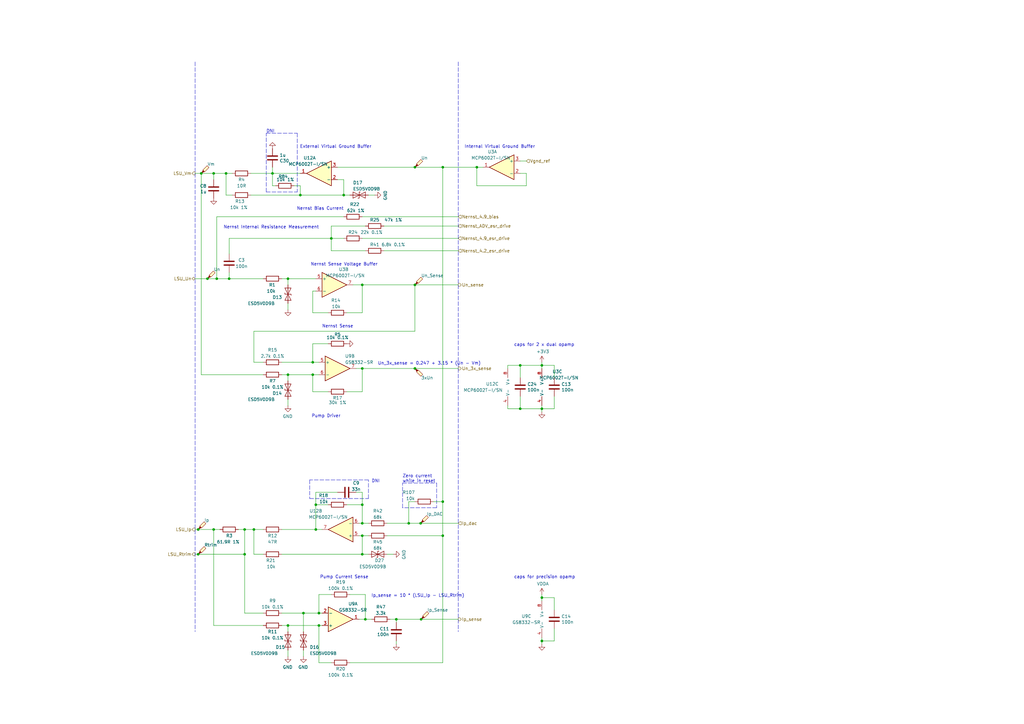
<source format=kicad_sch>
(kicad_sch (version 20211123) (generator eeschema)
  (paper "A3")
  (lib_symbols
    (symbol "Amplifier_Operational:MCP6002-xMS" (pin_names (offset 0.127))
      (property "Reference" "U" (at 0 5.08 0))
      (property "Value" "MCP6002-xMS" (at 0 -5.08 0))
      (symbol "MCP6002-xMS_1_1"
        (polyline (pts (xy -5.08 5.08) (xy 5.08 0) (xy -5.08 -5.08) (xy -5.08 5.08)) (stroke (width 0.254)) (fill (type background)))
        (pin output line (at 7.62 0 180) (length 2.54) (name "~") (number "1"))
        (pin input line (at -7.62 -2.54 0) (length 2.54) (name "-") (number "2"))
        (pin input line (at -7.62 2.54 0) (length 2.54) (name "+") (number "3"))
      )
      (symbol "MCP6002-xMS_2_1"
        (polyline (pts (xy -5.08 5.08) (xy 5.08 0) (xy -5.08 -5.08) (xy -5.08 5.08)) (stroke (width 0.254)) (fill (type background)))
        (pin input line (at -7.62 2.54 0) (length 2.54) (name "+") (number "5"))
        (pin input line (at -7.62 -2.54 0) (length 2.54) (name "-") (number "6"))
        (pin output line (at 7.62 0 180) (length 2.54) (name "~") (number "7"))
      )
      (symbol "MCP6002-xMS_3_1"
        (pin power_in line (at -2.54 -7.62 90) (length 3.81) (name "V-") (number "4"))
        (pin power_in line (at -2.54 7.62 270) (length 3.81) (name "V+") (number "8"))
      )
    )
    (symbol "Amplifier_Operational:TL072" (pin_names (offset 0.127))
      (property "Reference" "U" (at 0 5.08 0))
      (property "Value" "TL072" (at 0 -5.08 0))
      (symbol "TL072_1_1"
        (polyline (pts (xy -5.08 5.08) (xy 5.08 0) (xy -5.08 -5.08) (xy -5.08 5.08)) (stroke (width 0.254)) (fill (type background)))
        (pin output line (at 7.62 0 180) (length 2.54) (name "~") (number "1"))
        (pin input line (at -7.62 -2.54 0) (length 2.54) (name "-") (number "2"))
        (pin input line (at -7.62 2.54 0) (length 2.54) (name "+") (number "3"))
      )
      (symbol "TL072_2_1"
        (polyline (pts (xy -5.08 5.08) (xy 5.08 0) (xy -5.08 -5.08) (xy -5.08 5.08)) (stroke (width 0.254)) (fill (type background)))
        (pin input line (at -7.62 2.54 0) (length 2.54) (name "+") (number "5"))
        (pin input line (at -7.62 -2.54 0) (length 2.54) (name "-") (number "6"))
        (pin output line (at 7.62 0 180) (length 2.54) (name "~") (number "7"))
      )
      (symbol "TL072_3_1"
        (pin power_in line (at -2.54 -7.62 90) (length 3.81) (name "V-") (number "4"))
        (pin power_in line (at -2.54 7.62 270) (length 3.81) (name "V+") (number "8"))
      )
    )
    (symbol "Connector:TestPoint_Probe" (pin_numbers hide) (pin_names (offset 0.762) hide)
      (property "Reference" "TP" (at 1.651 5.842 0))
      (property "Value" "TestPoint_Probe" (at 1.651 4.064 0))
      (symbol "TestPoint_Probe_0_1"
        (polyline (pts (xy 1.27 0.762) (xy 0 0) (xy 0.762 1.27) (xy 1.27 0.762)) (fill (type outline)))
        (polyline (pts (xy 1.397 0.635) (xy 0.635 1.397) (xy 2.413 3.175) (xy 3.175 2.413) (xy 1.397 0.635)) (fill (type background)))
      )
      (symbol "TestPoint_Probe_1_1"
        (pin passive line (at 0 0 90) (length 0) (name "1") (number "1"))
      )
    )
    (symbol "Device:C" (pin_numbers hide) (pin_names (offset 0.254))
      (property "Reference" "C" (at 0.635 2.54 0))
      (property "Value" "C" (at 0.635 -2.54 0))
      (symbol "C_0_1"
        (polyline (pts (xy -2.032 -0.762) (xy 2.032 -0.762)) (stroke (width 0.508)))
        (polyline (pts (xy -2.032 0.762) (xy 2.032 0.762)) (stroke (width 0.508)))
      )
      (symbol "C_1_1"
        (pin passive line (at 0 3.81 270) (length 2.794) (name "~") (number "1"))
        (pin passive line (at 0 -3.81 90) (length 2.794) (name "~") (number "2"))
      )
    )
    (symbol "Device:R" (pin_numbers hide) (pin_names (offset 0))
      (property "Reference" "R" (at 2.032 0 90))
      (property "Value" "R" (at 0 0 90))
      (symbol "R_0_1"
        (rectangle (start -1.016 -2.54) (end 1.016 2.54) (stroke (width 0.254)))
      )
      (symbol "R_1_1"
        (pin passive line (at 0 3.81 270) (length 1.27) (name "~") (number "1"))
        (pin passive line (at 0 -3.81 90) (length 1.27) (name "~") (number "2"))
      )
    )
    (symbol "Diode:ESD9B5.0ST5G" (pin_numbers hide) (pin_names (offset 1.016) hide)
      (property "Reference" "D" (at 0 2.54 0))
      (property "Value" "ESD9B5.0ST5G" (at 0 -2.54 0))
      (symbol "ESD9B5.0ST5G_0_1"
        (polyline (pts (xy 1.27 0) (xy -1.27 0)))
        (polyline (pts (xy -2.54 -1.27) (xy 0 0) (xy -2.54 1.27) (xy -2.54 -1.27)) (stroke (width 0.2032)))
        (polyline (pts (xy 0.508 1.27) (xy 0 1.27) (xy 0 -1.27) (xy -0.508 -1.27)) (stroke (width 0.2032)))
        (polyline (pts (xy 2.54 1.27) (xy 2.54 -1.27) (xy 0 0) (xy 2.54 1.27)) (stroke (width 0.2032)))
      )
      (symbol "ESD9B5.0ST5G_1_1"
        (pin passive line (at -3.81 0 0) (length 2.54) (name "A1") (number "1"))
        (pin passive line (at 3.81 0 180) (length 2.54) (name "A2") (number "2"))
      )
    )
    (symbol "GND_1" (power) (pin_numbers hide) (pin_names (offset 0) hide)
      (property "Value" "GND_1" (at 0 -3.81 0))
      (symbol "GND_1_0_1"
        (polyline (pts (xy 0 0) (xy 0 -1.27) (xy 1.27 -1.27) (xy 0 -2.54) (xy -1.27 -1.27) (xy 0 -1.27)))
      )
      (symbol "GND_1_1_1"
        (pin power_in line (at 0 0 270) (length 0) hide (name "GND") (number "1"))
      )
    )
    (symbol "GND_2" (power) (pin_numbers hide) (pin_names (offset 0) hide)
      (property "Value" "GND_2" (at 0 -3.81 0))
      (symbol "GND_2_0_1"
        (polyline (pts (xy 0 0) (xy 0 -1.27) (xy 1.27 -1.27) (xy 0 -2.54) (xy -1.27 -1.27) (xy 0 -1.27)))
      )
      (symbol "GND_2_1_1"
        (pin power_in line (at 0 0 270) (length 0) hide (name "GND") (number "1"))
      )
    )
    (symbol "GND_3" (power) (pin_numbers hide) (pin_names (offset 0) hide)
      (property "Value" "GND_3" (at 0 -3.81 0))
      (symbol "GND_3_0_1"
        (polyline (pts (xy 0 0) (xy 0 -1.27) (xy 1.27 -1.27) (xy 0 -2.54) (xy -1.27 -1.27) (xy 0 -1.27)))
      )
      (symbol "GND_3_1_1"
        (pin power_in line (at 0 0 270) (length 0) hide (name "GND") (number "1"))
      )
    )
    (symbol "GND_4" (power) (pin_numbers hide) (pin_names (offset 0) hide)
      (property "Value" "GND_4" (at 0 -3.81 0))
      (symbol "GND_4_0_1"
        (polyline (pts (xy 0 0) (xy 0 -1.27) (xy 1.27 -1.27) (xy 0 -2.54) (xy -1.27 -1.27) (xy 0 -1.27)))
      )
      (symbol "GND_4_1_1"
        (pin power_in line (at 0 0 270) (length 0) hide (name "GND") (number "1"))
      )
    )
    (symbol "GND_5" (power) (pin_numbers hide) (pin_names (offset 0) hide)
      (property "Value" "GND_5" (at 0 -3.81 0))
      (symbol "GND_5_0_1"
        (polyline (pts (xy 0 0) (xy 0 -1.27) (xy 1.27 -1.27) (xy 0 -2.54) (xy -1.27 -1.27) (xy 0 -1.27)))
      )
      (symbol "GND_5_1_1"
        (pin power_in line (at 0 0 270) (length 0) hide (name "GND") (number "1"))
      )
    )
    (symbol "GND_6" (power) (pin_numbers hide) (pin_names (offset 0) hide)
      (property "Value" "GND_6" (at 0 -3.81 0))
      (symbol "GND_6_0_1"
        (polyline (pts (xy 0 0) (xy 0 -1.27) (xy 1.27 -1.27) (xy 0 -2.54) (xy -1.27 -1.27) (xy 0 -1.27)))
      )
      (symbol "GND_6_1_1"
        (pin power_in line (at 0 0 270) (length 0) hide (name "GND") (number "1"))
      )
    )
    (symbol "power:+3.3V" (power) (pin_numbers hide) (pin_names (offset 0) hide)
      (property "Value" "+3.3V" (at 0 3.556 0))
      (symbol "+3.3V_0_1"
        (polyline (pts (xy -0.762 1.27) (xy 0 2.54)))
        (polyline (pts (xy 0 0) (xy 0 2.54)))
        (polyline (pts (xy 0 2.54) (xy 0.762 1.27)))
      )
      (symbol "+3.3V_1_1"
        (pin power_in line (at 0 0 90) (length 0) hide (name "+3V3") (number "1"))
      )
    )
    (symbol "power:GND" (power) (pin_numbers hide) (pin_names (offset 0) hide)
      (property "Value" "GND" (at 0 -3.81 0))
      (symbol "GND_0_1"
        (polyline (pts (xy 0 0) (xy 0 -1.27) (xy 1.27 -1.27) (xy 0 -2.54) (xy -1.27 -1.27) (xy 0 -1.27)))
      )
      (symbol "GND_1_1"
        (pin power_in line (at 0 0 270) (length 0) hide (name "GND") (number "1"))
      )
    )
    (symbol "power:VDDA" (power) (pin_numbers hide) (pin_names (offset 0) hide)
      (property "Value" "VDDA" (at 0 3.81 0))
      (symbol "VDDA_0_1"
        (polyline (pts (xy -0.762 1.27) (xy 0 2.54)))
        (polyline (pts (xy 0 0) (xy 0 2.54)))
        (polyline (pts (xy 0 2.54) (xy 0.762 1.27)))
      )
      (symbol "VDDA_1_1"
        (pin power_in line (at 0 0 90) (length 0) hide (name "VDDA") (number "1"))
      )
    )
  )
  (junction (at 104.14 217.17))
  (junction (at 170.18 151.13))
  (junction (at 130.81 256.54))
  (junction (at 129.54 217.17))
  (junction (at 128.27 148.59))
  (junction (at 148.59 151.13))
  (junction (at 213.36 167.64))
  (junction (at 172.72 254))
  (junction (at 148.59 116.84))
  (junction (at 85.09 114.3))
  (junction (at 118.11 153.67))
  (junction (at 148.59 207.01))
  (junction (at 140.97 80.01))
  (junction (at 87.63 71.12))
  (junction (at 148.59 214.63))
  (junction (at 123.19 80.01))
  (junction (at 222.25 149.86))
  (junction (at 81.28 217.17))
  (junction (at 87.63 217.17))
  (junction (at 170.18 116.84))
  (junction (at 222.25 245.11))
  (junction (at 170.18 68.58))
  (junction (at 111.76 71.12))
  (junction (at 148.59 219.71))
  (junction (at 148.59 227.33))
  (junction (at 88.9 114.3))
  (junction (at 135.89 97.79))
  (junction (at 81.28 227.33))
  (junction (at 118.11 114.3))
  (junction (at 181.61 205.74))
  (junction (at 162.56 254))
  (junction (at 93.98 114.3))
  (junction (at 222.25 262.89))
  (junction (at 181.61 219.71))
  (junction (at 130.81 251.46))
  (junction (at 167.64 214.63))
  (junction (at 213.36 149.86))
  (junction (at 82.55 71.12))
  (junction (at 222.25 167.64))
  (junction (at 128.27 153.67))
  (junction (at 100.33 217.17))
  (junction (at 172.5164 214.63))
  (junction (at 149.86 254))
  (junction (at 124.46 251.46))
  (junction (at 195.58 68.58))
  (junction (at 129.54 207.01))
  (junction (at 181.61 68.58))
  (junction (at 92.71 71.12))
  (junction (at 118.11 256.54))
  (junction (at 100.33 227.33))
  (no_connect (at -57.15 238.76))
  (wire (pts (xy 88.9 114.3) (xy 93.98 114.3)))
  (polyline (pts (xy 109.22 78.74) (xy 109.22 54.61)))
  (wire (pts (xy 104.14 227.33) (xy 107.95 227.33)))
  (wire (pts (xy 177.8 205.74) (xy 181.61 205.74)))
  (wire (pts (xy 128.27 119.38) (xy 129.54 119.38)))
  (wire (pts (xy 87.63 71.12) (xy 92.71 71.12)))
  (wire (pts (xy 87.63 256.54) (xy 107.95 256.54)))
  (wire (pts (xy 87.63 217.17) (xy 87.63 256.54)))
  (wire (pts (xy 128.27 160.655) (xy 134.62 160.655)))
  (wire (pts (xy 124.46 251.46) (xy 124.46 259.08)))
  (wire (pts (xy 172.5164 214.63) (xy 167.64 214.63)))
  (polyline (pts (xy 165.1 198.12) (xy 179.07 198.12)))
  (wire (pts (xy 118.11 153.67) (xy 118.11 156.21)))
  (wire (pts (xy 124.46 266.7) (xy 124.46 269.24)))
  (wire (pts (xy 170.18 151.13) (xy 148.59 151.13)))
  (wire (pts (xy 157.48 92.71) (xy 187.96 92.71)))
  (wire (pts (xy 187.96 97.79) (xy 148.59 97.79)))
  (wire (pts (xy 148.59 160.655) (xy 148.59 151.13)))
  (wire (pts (xy 148.59 151.13) (xy 146.05 151.13)))
  (wire (pts (xy 140.97 80.01) (xy 123.19 80.01)))
  (wire (pts (xy 115.57 217.17) (xy 129.54 217.17)))
  (wire (pts (xy 81.28 217.17) (xy 87.63 217.17)))
  (wire (pts (xy 130.81 251.46) (xy 132.08 251.46)))
  (wire (pts (xy 128.27 153.67) (xy 128.27 160.655)))
  (wire (pts (xy 167.64 205.74) (xy 167.64 214.63)))
  (polyline (pts (xy 151.13 204.47) (xy 151.13 196.85)))
  (wire (pts (xy 118.11 114.3) (xy 118.11 116.84)))
  (wire (pts (xy 140.97 80.01) (xy 143.51 80.01)))
  (wire (pts (xy 148.59 214.63) (xy 151.13 214.63)))
  (wire (pts (xy 149.86 243.84) (xy 149.86 254)))
  (wire (pts (xy 222.25 262.89) (xy 222.25 261.62)))
  (wire (pts (xy 162.56 262.89) (xy 162.56 264.16)))
  (wire (pts (xy 92.71 80.01) (xy 92.71 71.12)))
  (wire (pts (xy 111.76 71.12) (xy 123.19 71.12)))
  (wire (pts (xy 143.51 271.78) (xy 181.61 271.78)))
  (wire (pts (xy 170.18 116.84) (xy 187.96 116.84)))
  (wire (pts (xy 227.33 149.86) (xy 227.33 154.94)))
  (wire (pts (xy 227.33 245.11) (xy 227.33 250.19)))
  (wire (pts (xy 118.11 114.3) (xy 129.54 114.3)))
  (wire (pts (xy 135.89 92.71) (xy 149.86 92.71)))
  (wire (pts (xy 118.11 266.7) (xy 118.11 269.24)))
  (wire (pts (xy 170.18 116.84) (xy 170.18 135.89)))
  (wire (pts (xy 148.59 207.01) (xy 148.59 214.63)))
  (wire (pts (xy 88.9 88.9) (xy 88.9 114.3)))
  (wire (pts (xy 80.01 114.3) (xy 85.09 114.3)))
  (wire (pts (xy 130.81 243.84) (xy 130.81 251.46)))
  (wire (pts (xy 128.27 148.59) (xy 130.81 148.59)))
  (wire (pts (xy 118.11 153.67) (xy 115.57 153.67)))
  (wire (pts (xy 222.25 148.59) (xy 222.25 149.86)))
  (wire (pts (xy 215.9 71.12) (xy 215.9 76.2)))
  (wire (pts (xy 167.64 214.63) (xy 158.75 214.63)))
  (wire (pts (xy 93.98 114.3) (xy 93.98 111.76)))
  (wire (pts (xy 222.25 149.86) (xy 227.33 149.86)))
  (wire (pts (xy 118.11 256.54) (xy 130.81 256.54)))
  (wire (pts (xy 170.18 68.58) (xy 181.61 68.58)))
  (wire (pts (xy 208.28 151.13) (xy 208.28 149.86)))
  (polyline (pts (xy 127 204.47) (xy 151.13 204.47)))
  (wire (pts (xy 227.33 167.64) (xy 227.33 162.56)))
  (wire (pts (xy 92.71 80.01) (xy 95.25 80.01)))
  (wire (pts (xy 130.81 153.67) (xy 128.27 153.67)))
  (wire (pts (xy 130.81 256.54) (xy 132.08 256.54)))
  (wire (pts (xy 172.72 254) (xy 162.56 254)))
  (wire (pts (xy 111.76 71.12) (xy 111.76 76.2)))
  (wire (pts (xy 222.25 264.16) (xy 222.25 262.89)))
  (wire (pts (xy 111.76 68.58) (xy 111.76 71.12)))
  (polyline (pts (xy 165.1 208.28) (xy 165.1 198.12)))
  (wire (pts (xy 157.48 102.87) (xy 187.96 102.87)))
  (wire (pts (xy 93.98 97.79) (xy 135.89 97.79)))
  (wire (pts (xy 181.61 205.74) (xy 181.61 68.58)))
  (polyline (pts (xy 127 196.85) (xy 127 204.47)))
  (wire (pts (xy 135.89 243.84) (xy 130.81 243.84)))
  (wire (pts (xy 222.25 243.84) (xy 222.25 245.11)))
  (wire (pts (xy 104.14 148.59) (xy 107.95 148.59)))
  (wire (pts (xy 148.59 227.33) (xy 148.59 219.71)))
  (wire (pts (xy 142.24 160.655) (xy 148.59 160.655)))
  (wire (pts (xy 213.36 66.04) (xy 215.9 66.04)))
  (wire (pts (xy 93.98 104.14) (xy 93.98 97.79)))
  (wire (pts (xy 135.89 102.87) (xy 135.89 97.79)))
  (wire (pts (xy 149.86 254) (xy 147.32 254)))
  (wire (pts (xy 149.86 102.87) (xy 135.89 102.87)))
  (wire (pts (xy 123.19 80.01) (xy 102.87 80.01)))
  (wire (pts (xy 222.25 149.86) (xy 222.25 151.13)))
  (wire (pts (xy 104.14 217.17) (xy 107.95 217.17)))
  (wire (pts (xy 115.57 114.3) (xy 118.11 114.3)))
  (wire (pts (xy 222.25 168.91) (xy 222.25 167.64)))
  (wire (pts (xy 222.25 167.64) (xy 222.25 166.37)))
  (wire (pts (xy 118.11 163.83) (xy 118.11 166.37)))
  (wire (pts (xy 170.18 205.74) (xy 167.64 205.74)))
  (wire (pts (xy 208.28 166.37) (xy 208.28 167.64)))
  (wire (pts (xy 88.9 114.3) (xy 85.09 114.3)))
  (wire (pts (xy 123.19 76.2) (xy 123.19 80.01)))
  (wire (pts (xy 148.59 116.84) (xy 148.59 128.27)))
  (polyline (pts (xy 109.22 54.61) (xy 121.92 54.61)))
  (wire (pts (xy 213.36 71.12) (xy 215.9 71.12)))
  (wire (pts (xy 82.55 71.12) (xy 87.63 71.12)))
  (wire (pts (xy 115.57 256.54) (xy 118.11 256.54)))
  (polyline (pts (xy 151.13 196.85) (xy 127 196.85)))
  (wire (pts (xy 115.57 251.46) (xy 124.46 251.46)))
  (wire (pts (xy 82.55 71.12) (xy 82.55 153.67)))
  (wire (pts (xy 128.27 153.67) (xy 118.11 153.67)))
  (wire (pts (xy 100.33 217.17) (xy 100.33 227.33)))
  (wire (pts (xy 142.24 207.01) (xy 148.59 207.01)))
  (wire (pts (xy 148.59 219.71) (xy 147.32 219.71)))
  (wire (pts (xy 80.01 227.33) (xy 81.28 227.33)))
  (wire (pts (xy 148.59 201.93) (xy 148.59 207.01)))
  (wire (pts (xy 208.28 149.86) (xy 213.36 149.86)))
  (wire (pts (xy 128.27 128.27) (xy 128.27 119.38)))
  (wire (pts (xy 115.57 227.33) (xy 148.59 227.33)))
  (wire (pts (xy 118.11 124.46) (xy 118.11 127)))
  (wire (pts (xy 148.59 227.33) (xy 151.13 227.33)))
  (wire (pts (xy 148.59 128.27) (xy 142.24 128.27)))
  (polyline (pts (xy 179.07 208.28) (xy 165.1 208.28)))
  (wire (pts (xy 128.27 148.59) (xy 115.57 148.59)))
  (wire (pts (xy 111.76 76.2) (xy 113.03 76.2)))
  (wire (pts (xy 118.11 256.54) (xy 118.11 259.08)))
  (wire (pts (xy 149.86 254) (xy 152.4 254)))
  (wire (pts (xy 129.54 207.01) (xy 134.62 207.01)))
  (wire (pts (xy 213.36 154.94) (xy 213.36 149.86)))
  (wire (pts (xy 181.61 219.71) (xy 181.61 205.74)))
  (wire (pts (xy 129.54 207.01) (xy 129.54 217.17)))
  (wire (pts (xy 148.59 116.84) (xy 170.18 116.84)))
  (wire (pts (xy 198.12 68.58) (xy 195.58 68.58)))
  (wire (pts (xy 138.43 201.93) (xy 129.54 201.93)))
  (wire (pts (xy 138.43 68.58) (xy 170.18 68.58)))
  (wire (pts (xy 195.58 76.2) (xy 195.58 68.58)))
  (wire (pts (xy 134.62 128.27) (xy 128.27 128.27)))
  (wire (pts (xy 213.36 149.86) (xy 222.25 149.86)))
  (wire (pts (xy 148.59 219.71) (xy 151.13 219.71)))
  (wire (pts (xy 93.98 114.3) (xy 107.95 114.3)))
  (polyline (pts (xy 109.22 78.74) (xy 121.92 78.74)))
  (wire (pts (xy 128.27 140.97) (xy 134.62 140.97)))
  (wire (pts (xy 92.71 71.12) (xy 95.25 71.12)))
  (wire (pts (xy 120.65 76.2) (xy 123.19 76.2)))
  (wire (pts (xy 135.89 97.79) (xy 135.89 92.71)))
  (wire (pts (xy 128.27 148.59) (xy 128.27 140.97)))
  (polyline (pts (xy 80.01 25.4) (xy 80.01 259.08)))
  (wire (pts (xy 170.18 135.89) (xy 104.14 135.89)))
  (wire (pts (xy 148.59 88.9) (xy 187.96 88.9)))
  (wire (pts (xy 222.25 167.64) (xy 213.36 167.64)))
  (wire (pts (xy 158.75 227.33) (xy 161.29 227.33)))
  (wire (pts (xy 102.87 71.12) (xy 111.76 71.12)))
  (wire (pts (xy 88.9 88.9) (xy 140.97 88.9)))
  (wire (pts (xy 208.28 167.64) (xy 213.36 167.64)))
  (wire (pts (xy 227.33 262.89) (xy 227.33 257.81)))
  (wire (pts (xy 82.55 153.67) (xy 107.95 153.67)))
  (polyline (pts (xy 121.92 54.61) (xy 121.92 78.74)))
  (wire (pts (xy 162.56 254) (xy 162.56 255.27)))
  (wire (pts (xy 222.25 262.89) (xy 227.33 262.89)))
  (wire (pts (xy 146.05 201.93) (xy 148.59 201.93)))
  (wire (pts (xy 147.32 214.63) (xy 148.59 214.63)))
  (wire (pts (xy 222.25 245.11) (xy 222.25 246.38)))
  (wire (pts (xy 129.54 217.17) (xy 132.08 217.17)))
  (wire (pts (xy 97.79 217.17) (xy 100.33 217.17)))
  (wire (pts (xy 158.75 219.71) (xy 181.61 219.71)))
  (wire (pts (xy 213.36 167.64) (xy 213.36 162.56)))
  (polyline (pts (xy 187.96 25.4) (xy 187.96 259.08)))
  (wire (pts (xy 124.46 251.46) (xy 130.81 251.46)))
  (polyline (pts (xy 179.07 198.12) (xy 179.07 208.28)))
  (wire (pts (xy 187.96 214.63) (xy 172.5164 214.63)))
  (wire (pts (xy 135.89 271.78) (xy 130.81 271.78)))
  (wire (pts (xy 81.28 227.33) (xy 100.33 227.33)))
  (wire (pts (xy 100.33 251.46) (xy 107.95 251.46)))
  (wire (pts (xy 148.59 116.84) (xy 144.78 116.84)))
  (wire (pts (xy 140.97 73.66) (xy 140.97 80.01)))
  (wire (pts (xy 181.61 68.58) (xy 195.58 68.58)))
  (wire (pts (xy 215.9 76.2) (xy 195.58 76.2)))
  (wire (pts (xy 151.13 80.01) (xy 153.67 80.01)))
  (wire (pts (xy 104.14 217.17) (xy 104.14 227.33)))
  (wire (pts (xy 222.25 245.11) (xy 227.33 245.11)))
  (wire (pts (xy 143.51 243.84) (xy 149.86 243.84)))
  (wire (pts (xy 130.81 256.54) (xy 130.81 271.78)))
  (wire (pts (xy 87.63 71.12) (xy 87.63 73.66)))
  (wire (pts (xy 181.61 271.78) (xy 181.61 219.71)))
  (wire (pts (xy 104.14 135.89) (xy 104.14 148.59)))
  (wire (pts (xy 81.28 217.17) (xy 80.01 217.17)))
  (wire (pts (xy 170.18 151.13) (xy 187.96 151.13)))
  (wire (pts (xy 90.17 217.17) (xy 87.63 217.17)))
  (wire (pts (xy 100.33 217.17) (xy 104.14 217.17)))
  (wire (pts (xy 222.25 167.64) (xy 227.33 167.64)))
  (wire (pts (xy 135.89 97.79) (xy 140.97 97.79)))
  (wire (pts (xy 129.54 201.93) (xy 129.54 207.01)))
  (wire (pts (xy 187.96 254) (xy 172.72 254)))
  (wire (pts (xy 80.01 71.12) (xy 82.55 71.12)))
  (wire (pts (xy 138.43 73.66) (xy 140.97 73.66)))
  (wire (pts (xy 160.02 254) (xy 162.56 254)))
  (wire (pts (xy 100.33 227.33) (xy 100.33 251.46)))
  (text "Nernst Sense Voltage Buffer" (at 154.94 109.22 180) (effects (font (size 1.27 1.27)) (justify right bottom)))
  (text "Ip_sense = 10 * (LSU_Ip - LSU_Rtrim)" (at 190.5 245.11 180) (effects (font (size 1.27 1.27)) (justify right bottom)))
  (text "caps for 2 x dual opamp" (at 210.82 142.24 0) (effects (font (size 1.27 1.27)) (justify left bottom)))
  (text "Nernst Sense" (at 132.08 134.62 0) (effects (font (size 1.27 1.27)) (justify left bottom)))
  (text "Nernst Bias Current" (at 140.97 86.36 180) (effects (font (size 1.27 1.27)) (justify right bottom)))
  (text "DNI" (at 109.22 54.61 0) (effects (font (size 1.27 1.27)) (justify left bottom)))
  (text "Pump Current Sense" (at 151.13 237.49 180) (effects (font (size 1.27 1.27)) (justify right bottom)))
  (text "External Virtual Ground Buffer" (at 152.4 60.96 180) (effects (font (size 1.27 1.27)) (justify right bottom)))
  (text "Internal Virtual Ground Buffer" (at 190.5 60.96 0) (effects (font (size 1.27 1.27)) (justify left bottom)))
  (text "Un_3x_sense = 0.247 + 3.15 * (Un - Vm)" (at 154.94 149.86 0) (effects (font (size 1.27 1.27)) (justify left bottom)))
  (text "Pump Driver" (at 139.7 171.45 180) (effects (font (size 1.27 1.27)) (justify right bottom)))
  (text "Nernst Internal Resistance Measurement" (at 130.81 93.98 180) (effects (font (size 1.27 1.27)) (justify right bottom)))
  (text "DNI" (at 152.4 198.12 0) (effects (font (size 1.27 1.27)) (justify left bottom)))
  (text "Zero current\nwhile in reset" (at 165.1 198.12 0) (effects (font (size 1.27 1.27)) (justify left bottom)))
  (text "caps for precision opamp" (at 210.82 237.49 0) (effects (font (size 1.27 1.27)) (justify left bottom)))
  (hierarchical_label "LSU_Ip" (shape output) (at 80.01 217.17 180))
  (hierarchical_label "Un_sense" (shape output) (at 187.96 116.84 0))
  (hierarchical_label "Ip_sense" (shape output) (at 187.96 254 0))
  (hierarchical_label "Un_3x_sense" (shape output) (at 187.96 151.13 0))
  (hierarchical_label "Nernst_4.2_esr_drive" (shape input) (at 187.96 102.87 0))
  (hierarchical_label "Vgnd_ref" (shape input) (at 215.9 66.04 0))
  (hierarchical_label "Nernst_4.9_bias" (shape input) (at 187.96 88.9 0))
  (hierarchical_label "Ip_dac" (shape input) (at 187.96 214.63 0))
  (hierarchical_label "Nernst_4.9_esr_drive" (shape input) (at 187.96 97.79 0))
  (hierarchical_label "LSU_Un" (shape bidirectional) (at 80.01 114.3 180))
  (hierarchical_label "LSU_Vm" (shape output) (at 80.01 71.12 180))
  (hierarchical_label "LSU_Rtrim" (shape output) (at 80.01 227.33 180))
  (hierarchical_label "Nernst_ADV_esr_drive" (shape input) (at 187.96 92.71 0))
  (symbol (lib_id "Device:R") (at 138.43 128.27 90) (mirror x) (unit 1)
    (property "Reference" "R14" (at 139.7 123.19 90) (effects (justify left)))
    (property "Value" "10k" (at 139.7 125.73 90) (effects (justify left)))
    (property "Footprint" "Resistor_SMD:R_0402_1005Metric" (effects hide))
    (property "LCSC" "C25744" (effects hide))
  )
  (symbol (lib_name "GND_6") (lib_id "power:GND") (at 222.25 264.16 0) (unit 1)
    (property "Reference" "#PWR0104" (effects hide))
    (property "Value" "GND" (effects hide))
  )
  (symbol (lib_id "Diode:ESD9B5.0ST5G") (at 147.32 80.01 0) (unit 1)
    (property "Reference" "D17" (at 144.78 74.93 0) (effects (justify left)))
    (property "Value" "ESD5V0D9B" (at 144.78 77.47 0) (effects (justify left)))
    (property "Footprint" "Diode_SMD:D_SOD-923" (effects hide))
    (property "LCSC" "C484329" (effects hide))
  )
  (symbol (lib_id "Device:R") (at 153.67 92.71 90) (mirror x) (unit 1)
    (property "Reference" "R25" (at 153.67 90.17 90))
    (property "Value" "47k 1%" (at 161.29 90.17 90))
    (property "Footprint" "Resistor_SMD:R_0603_1608Metric" (effects hide))
    (property "LCSC" "C25819" (effects hide))
  )
  (symbol (lib_name "GND_1") (lib_id "power:GND") (at 153.67 80.01 90) (mirror x) (unit 1)
    (property "Reference" "#PWR0195" (effects hide))
    (property "Value" "~" (at 158.0642 80.137 0))
  )
  (symbol (lib_id "Connector:TestPoint_Probe") (at 170.18 151.13 0) (mirror x) (unit 1) (in_bom no)
    (property "Reference" "TP5" (effects hide))
    (property "Value" "3xUn" (at 172.72 154.94 0) (effects (justify left)))
    (property "Footprint" "TestPoint:TestPoint_Pad_D1.0mm" (effects hide))
  )
  (symbol (lib_id "Device:R") (at 138.43 207.01 90) (mirror x) (unit 1)
    (property "Reference" "R18" (at 134.62 203.2 90) (effects (justify left)))
    (property "Value" "10k" (at 134.62 205.74 90) (effects (justify left)))
    (property "Footprint" "Resistor_SMD:R_0402_1005Metric" (effects hide))
    (property "LCSC" "C25744" (effects hide))
  )
  (symbol (lib_name "GND_1") (lib_id "power:GND") (at 124.46 269.24 0) (mirror y) (unit 1)
    (property "Reference" "#PWR0198" (effects hide))
    (property "Value" "~" (at 124.333 273.6342 0))
  )
  (symbol (lib_id "Device:R") (at 111.76 251.46 270) (unit 1)
    (property "Reference" "R9" (at 111.76 246.38 90))
    (property "Value" "10k 0.1%" (at 111.76 248.92 90))
    (property "Footprint" "Resistor_SMD:R_0603_1608Metric" (effects hide))
    (property "LCSC" "C309083" (effects hide))
  )
  (symbol (lib_id "Device:R") (at 138.43 160.655 90) (mirror x) (unit 1)
    (property "Reference" "R17" (at 138.43 163.195 90))
    (property "Value" "30k 1%" (at 138.43 165.1 90))
    (property "Footprint" "Resistor_SMD:R_0603_1608Metric" (effects hide))
    (property "LCSC" "C22984" (effects hide))
  )
  (symbol (lib_id "Device:R") (at 99.06 71.12 90) (mirror x) (unit 1)
    (property "Reference" "R4" (at 99.06 73.66 90))
    (property "Value" "10R" (at 99.06 76.2 90))
    (property "Footprint" "Resistor_SMD:R_1206_3216Metric" (effects hide))
    (property "LCSC" "C17903" (effects hide))
  )
  (symbol (lib_id "Amplifier_Operational:MCP6002-xMS") (at 205.74 68.58 0) (mirror y) (unit 1)
    (property "Reference" "U3" (at 201.93 62.23 0))
    (property "Value" "MCP6002T-I/SN" (at 201.295 64.77 0))
    (property "Footprint" "Package_SO:SOIC-8_3.9x4.9mm_P1.27mm" (effects hide))
    (property "Datasheet" "http://ww1.microchip.com/downloads/en/DeviceDoc/21733j.pdf" (effects hide))
    (property "LCSC" "C7377" (effects hide))
  )
  (symbol (lib_name "GND_1") (lib_id "power:GND") (at 118.11 127 0) (mirror y) (unit 1)
    (property "Reference" "#PWR0196" (effects hide))
    (property "Value" "GND" (effects hide))
  )
  (symbol (lib_id "Device:R") (at 138.43 140.97 270) (mirror x) (unit 1)
    (property "Reference" "R5" (at 138.43 137.16 90))
    (property "Value" "10k 0.1%" (at 138.43 138.43 90))
    (property "Footprint" "Resistor_SMD:R_0603_1608Metric" (effects hide))
    (property "LCSC" "C309083" (effects hide))
  )
  (symbol (lib_id "Device:R") (at 154.94 214.63 270) (mirror x) (unit 1)
    (property "Reference" "R42" (at 154.94 209.55 90))
    (property "Value" "68k" (at 154.94 212.09 90))
    (property "Footprint" "Resistor_SMD:R_0402_1005Metric" (effects hide))
    (property "LCSC" "C36871" (effects hide))
  )
  (symbol (lib_id "Diode:ESD9B5.0ST5G") (at 124.46 262.89 270) (unit 1)
    (property "Reference" "D16" (at 127 265.43 90) (effects (justify left)))
    (property "Value" "ESD5V0D9B" (at 127 267.97 90) (effects (justify left)))
    (property "Footprint" "Diode_SMD:D_SOD-923" (effects hide))
    (property "LCSC" "C484329" (effects hide))
  )
  (symbol (lib_id "Diode:ESD9B5.0ST5G") (at 118.11 160.02 270) (unit 1)
    (property "Reference" "D14" (at 111.76 161.29 90) (effects (justify left)))
    (property "Value" "ESD5V0D9B" (at 101.6 163.83 90) (effects (justify left)))
    (property "Footprint" "Diode_SMD:D_SOD-923" (effects hide))
    (property "LCSC" "C484329" (effects hide))
  )
  (symbol (lib_id "Device:R") (at 111.76 148.59 270) (mirror x) (unit 1)
    (property "Reference" "R15" (at 111.76 143.51 90))
    (property "Value" "2.7k 0.1%" (at 111.76 146.05 90))
    (property "Footprint" "Resistor_SMD:R_0603_1608Metric" (effects hide))
    (property "LCSC" "C318131" (effects hide))
  )
  (symbol (lib_id "Device:R") (at 173.99 205.74 90) (mirror x) (unit 1)
    (property "Reference" "R107" (at 170.18 201.93 90) (effects (justify left)))
    (property "Value" "10k" (at 170.18 204.47 90) (effects (justify left)))
    (property "Footprint" "Resistor_SMD:R_0402_1005Metric" (effects hide))
    (property "LCSC" "C25744" (effects hide))
  )
  (symbol (lib_name "GND_5") (lib_id "power:GND") (at 162.56 264.16 0) (mirror y) (unit 1)
    (property "Reference" "#PWR0125" (effects hide))
    (property "Value" "GND" (effects hide))
  )
  (symbol (lib_id "Diode:ESD9B5.0ST5G") (at 118.11 262.89 270) (unit 1)
    (property "Reference" "D15" (at 113.03 265.43 90) (effects (justify left)))
    (property "Value" "ESD5V0D9B" (at 102.87 267.97 90) (effects (justify left)))
    (property "Footprint" "Diode_SMD:D_SOD-923" (effects hide))
    (property "LCSC" "C484329" (effects hide))
  )
  (symbol (lib_id "Device:R") (at 153.67 102.87 90) (mirror x) (unit 1)
    (property "Reference" "R41" (at 153.67 100.33 90))
    (property "Value" "6.8k 0.1%" (at 161.29 100.33 90))
    (property "Footprint" "Resistor_SMD:R_0603_1608Metric" (effects hide))
    (property "LCSC" "C705876" (effects hide))
  )
  (symbol (lib_id "power:GND") (at 222.25 168.91 0) (unit 1)
    (property "Reference" "#PWR0121" (effects hide))
    (property "Value" "GND" (effects hide))
  )
  (symbol (lib_name "GND_1") (lib_id "power:GND") (at 161.29 227.33 90) (mirror x) (unit 1)
    (property "Reference" "#PWR0208" (effects hide))
    (property "Value" "~" (at 165.6842 227.457 0))
  )
  (symbol (lib_id "Device:R") (at 116.84 76.2 90) (mirror x) (unit 1) (in_bom no)
    (property "Reference" "R84" (at 118.11 72.39 90) (effects (justify left)))
    (property "Value" "10k 1%" (at 120.65 73.66 90) (effects (justify left)))
    (property "Footprint" "Resistor_SMD:R_0402_1005Metric" (effects hide))
    (property "LCSC" "C25744" (effects hide))
  )
  (symbol (lib_id "Device:C") (at 213.36 158.75 0) (unit 1)
    (property "Reference" "C24" (at 216.281 157.5816 0) (effects (justify left)))
    (property "Value" "100n" (at 216.281 159.893 0) (effects (justify left)))
    (property "Footprint" "Capacitor_SMD:C_0402_1005Metric" (effects hide))
    (property "LCSC" "C1525" (effects hide))
  )
  (symbol (lib_id "Connector:TestPoint_Probe") (at 170.18 116.84 0) (unit 1) (in_bom no)
    (property "Reference" "TP3" (effects hide))
    (property "Value" "Un_Sense" (at 172.72 113.03 0) (effects (justify left)))
    (property "Footprint" "TestPoint:TestPoint_Pad_D1.0mm" (effects hide))
  )
  (symbol (lib_id "Amplifier_Operational:MCP6002-xMS") (at 130.81 71.12 0) (mirror y) (unit 1)
    (property "Reference" "U12" (at 127 64.77 0))
    (property "Value" "MCP6002T-I/SN" (at 126.365 67.31 0))
    (property "Footprint" "Package_SO:SOIC-8_3.9x4.9mm_P1.27mm" (effects hide))
    (property "Datasheet" "http://ww1.microchip.com/downloads/en/DeviceDoc/21733j.pdf" (effects hide))
    (property "LCSC" "C7377" (effects hide))
  )
  (symbol (lib_id "Device:C") (at 227.33 254 0) (unit 1)
    (property "Reference" "C14" (at 230.251 252.8316 0) (effects (justify left)))
    (property "Value" "100n" (at 230.251 255.143 0) (effects (justify left)))
    (property "Footprint" "Capacitor_SMD:C_0402_1005Metric" (effects hide))
    (property "LCSC" "C1525" (effects hide))
  )
  (symbol (lib_id "Connector:TestPoint_Probe") (at 81.28 217.17 0) (unit 1) (in_bom no)
    (property "Reference" "TP10" (effects hide))
    (property "Value" "Ip" (at 83.82 213.36 0) (effects (justify left)))
    (property "Footprint" "TestPoint:TestPoint_Pad_D1.0mm" (effects hide))
  )
  (symbol (lib_id "Device:C") (at 111.76 64.77 0) (mirror x) (unit 1) (in_bom no)
    (property "Reference" "C30" (at 114.681 65.9384 0) (effects (justify left)))
    (property "Value" "1u" (at 114.681 63.627 0) (effects (justify left)))
    (property "Footprint" "Capacitor_SMD:C_0402_1005Metric" (effects hide))
    (property "LCSC" "C52923" (effects hide))
  )
  (symbol (lib_id "Device:R") (at 139.7 243.84 270) (unit 1)
    (property "Reference" "R19" (at 139.7 238.76 90))
    (property "Value" "100k 0.1%" (at 139.7 241.3 90))
    (property "Footprint" "Resistor_SMD:R_0603_1608Metric" (effects hide))
    (property "LCSC" "C122538" (effects hide))
  )
  (symbol (lib_name "GND_2") (lib_id "power:GND") (at 87.63 81.28 0) (mirror y) (unit 1)
    (property "Reference" "#PWR0126" (effects hide))
    (property "Value" "GND" (effects hide))
  )
  (symbol (lib_id "Device:R") (at 111.76 153.67 270) (mirror x) (unit 1)
    (property "Reference" "R7" (at 111.76 156.21 90))
    (property "Value" "10k 0.1%" (at 111.76 158.75 90))
    (property "Footprint" "Resistor_SMD:R_0603_1608Metric" (effects hide))
    (property "LCSC" "C309083" (effects hide))
  )
  (symbol (lib_name "GND_3") (lib_id "power:GND") (at 111.76 60.96 0) (mirror x) (unit 1)
    (property "Reference" "#PWR0139" (effects hide))
    (property "Value" "GND" (effects hide))
  )
  (symbol (lib_id "Device:R") (at 144.78 88.9 270) (mirror x) (unit 1)
    (property "Reference" "R22" (at 143.51 83.82 90) (effects (justify left)))
    (property "Value" "62k 1%" (at 142.24 86.36 90) (effects (justify left)))
    (property "Footprint" "Resistor_SMD:R_0603_1608Metric" (effects hide))
    (property "LCSC" "C23221" (effects hide))
  )
  (symbol (lib_id "Diode:ESD9B5.0ST5G") (at 154.94 227.33 0) (unit 1)
    (property "Reference" "D27" (at 153.67 229.87 0) (effects (justify left)))
    (property "Value" "ESD5V0D9B" (at 147.32 232.41 0) (effects (justify left)))
    (property "Footprint" "Diode_SMD:D_SOD-923" (effects hide))
    (property "LCSC" "C484329" (effects hide))
  )
  (symbol (lib_id "Amplifier_Operational:MCP6002-xMS") (at 205.74 158.75 0) (mirror y) (unit 3)
    (property "Reference" "U12" (at 201.93 157.48 0))
    (property "Value" "MCP6002T-I/SN" (at 198.12 160.02 0))
    (property "Footprint" "Package_SO:SOIC-8_3.9x4.9mm_P1.27mm" (effects hide))
    (property "Datasheet" "http://ww1.microchip.com/downloads/en/DeviceDoc/21733j.pdf" (effects hide))
    (property "LCSC" "C7377" (effects hide))
  )
  (symbol (lib_id "Amplifier_Operational:MCP6002-xMS") (at 224.79 158.75 0) (unit 3)
    (property "Reference" "U3" (at 228.6 152.4 0))
    (property "Value" "MCP6002T-I/SN" (at 229.235 154.94 0))
    (property "Footprint" "Package_SO:SOIC-8_3.9x4.9mm_P1.27mm" (effects hide))
    (property "Datasheet" "http://ww1.microchip.com/downloads/en/DeviceDoc/21733j.pdf" (effects hide))
    (property "LCSC" "C7377" (effects hide))
  )
  (symbol (lib_id "Connector:TestPoint_Probe") (at 170.18 68.58 0) (unit 1) (in_bom no)
    (property "Reference" "TP14" (effects hide))
    (property "Value" "Un" (at 172.72 64.77 0) (effects (justify left)))
    (property "Footprint" "TestPoint:TestPoint_Pad_D1.0mm" (effects hide))
  )
  (symbol (lib_id "Connector:TestPoint_Probe") (at 172.72 254 0) (unit 1) (in_bom no)
    (property "Reference" "TP16" (effects hide))
    (property "Value" "Ip_Sense" (at 175.26 250.19 0) (effects (justify left)))
    (property "Footprint" "TestPoint:TestPoint_Pad_D1.0mm" (effects hide))
  )
  (symbol (lib_id "Device:R") (at 93.98 217.17 270) (unit 1)
    (property "Reference" "R3" (at 92.71 219.71 90) (effects (justify left)))
    (property "Value" "61.9R 1%" (at 88.9 222.25 90) (effects (justify left)))
    (property "Footprint" "Resistor_SMD:R_0805_2012Metric" (effects hide))
    (property "LCSC" "C322537" (effects hide))
  )
  (symbol (lib_name "GND_1") (lib_id "power:GND") (at 118.11 269.24 0) (mirror y) (unit 1)
    (property "Reference" "#PWR0197" (effects hide))
    (property "Value" "~" (at 117.983 273.6342 0))
  )
  (symbol (lib_id "Connector:TestPoint_Probe") (at 85.09 114.3 0) (unit 1) (in_bom no)
    (property "Reference" "TP13" (effects hide))
    (property "Value" "Un" (at 87.63 110.49 0) (effects (justify left)))
    (property "Footprint" "TestPoint:TestPoint_Pad_D1.0mm" (effects hide))
  )
  (symbol (lib_id "Connector:TestPoint_Probe") (at 81.28 227.33 0) (unit 1) (in_bom no)
    (property "Reference" "TP11" (effects hide))
    (property "Value" "Rtrim" (at 83.82 223.52 0) (effects (justify left)))
    (property "Footprint" "TestPoint:TestPoint_Pad_D1.0mm" (effects hide))
  )
  (symbol (lib_id "Amplifier_Operational:MCP6002-xMS") (at 139.7 217.17 180) (unit 2)
    (property "Reference" "U12" (at 129.54 209.55 0))
    (property "Value" "MCP6002T-I/SN" (at 134.62 212.09 0))
    (property "Footprint" "Package_SO:SOIC-8_3.9x4.9mm_P1.27mm" (effects hide))
    (property "Datasheet" "http://ww1.microchip.com/downloads/en/DeviceDoc/21733j.pdf" (effects hide))
    (property "LCSC" "C7377" (effects hide))
  )
  (symbol (lib_id "Device:R") (at 144.78 97.79 90) (mirror x) (unit 1)
    (property "Reference" "R24" (at 144.78 95.25 90))
    (property "Value" "22k 0.1%" (at 152.4 95.25 90))
    (property "Footprint" "Resistor_SMD:R_0603_1608Metric" (effects hide))
    (property "LCSC" "C705830" (effects hide))
  )
  (symbol (lib_id "Connector:TestPoint_Probe") (at 82.55 71.12 0) (unit 1) (in_bom no)
    (property "Reference" "TP12" (effects hide))
    (property "Value" "Vm" (at 85.09 67.31 0) (effects (justify left)))
    (property "Footprint" "TestPoint:TestPoint_Pad_D1.0mm" (effects hide))
  )
  (symbol (lib_name "GND_1") (lib_id "power:GND") (at 118.11 166.37 0) (mirror y) (unit 1)
    (property "Reference" "#PWR0194" (effects hide))
    (property "Value" "~" (at 117.983 170.7642 0))
  )
  (symbol (lib_id "power:+3.3V") (at 222.25 148.59 0) (unit 1)
    (property "Reference" "#PWR0105" (effects hide))
    (property "Value" "+3.3V" (at 222.631 144.1958 0))
  )
  (symbol (lib_id "Device:C") (at 87.63 77.47 0) (mirror y) (unit 1)
    (property "Reference" "C8" (at 84.709 76.3016 0) (effects (justify left)))
    (property "Value" "1u" (at 84.709 78.613 0) (effects (justify left)))
    (property "Footprint" "Capacitor_SMD:C_0402_1005Metric" (effects hide))
    (property "LCSC" "C52923" (effects hide))
  )
  (symbol (lib_id "Amplifier_Operational:MCP6002-xMS") (at 137.16 116.84 0) (unit 2)
    (property "Reference" "U3" (at 140.97 110.49 0))
    (property "Value" "MCP6002T-I/SN" (at 141.605 113.03 0))
    (property "Footprint" "Package_SO:SOIC-8_3.9x4.9mm_P1.27mm" (effects hide))
    (property "Datasheet" "http://ww1.microchip.com/downloads/en/DeviceDoc/21733j.pdf" (effects hide))
    (property "LCSC" "C7377" (effects hide))
  )
  (symbol (lib_id "Device:C") (at 93.98 107.95 0) (mirror x) (unit 1)
    (property "Reference" "C3" (at 99.06 106.68 0))
    (property "Value" "100n" (at 99.06 109.22 0))
    (property "Footprint" "Capacitor_SMD:C_0402_1005Metric" (effects hide))
    (property "LCSC" "C1525" (effects hide))
  )
  (symbol (lib_id "Device:R") (at 154.94 219.71 90) (mirror x) (unit 1)
    (property "Reference" "R45" (at 154.94 222.25 90))
    (property "Value" "68k" (at 154.94 224.79 90))
    (property "Footprint" "Resistor_SMD:R_0402_1005Metric" (effects hide))
    (property "LCSC" "C36871" (effects hide))
  )
  (symbol (lib_id "Device:R") (at 111.76 114.3 90) (mirror x) (unit 1)
    (property "Reference" "R1" (at 113.03 116.84 90) (effects (justify left)))
    (property "Value" "10k" (at 113.03 119.38 90) (effects (justify left)))
    (property "Footprint" "Resistor_SMD:R_0402_1005Metric" (effects hide))
    (property "LCSC" "C25744" (effects hide))
  )
  (symbol (lib_id "Device:R") (at 99.06 80.01 90) (mirror x) (unit 1)
    (property "Reference" "R13" (at 100.33 82.55 90) (effects (justify left)))
    (property "Value" "10k 1%" (at 101.6 85.09 90) (effects (justify left)))
    (property "Footprint" "Resistor_SMD:R_0402_1005Metric" (effects hide))
    (property "LCSC" "C25744" (effects hide))
  )
  (symbol (lib_id "power:VDDA") (at 222.25 243.84 0) (unit 1)
    (property "Reference" "#PWR0122" (effects hide))
    (property "Value" "VDDA" (at 222.631 239.4458 0))
  )
  (symbol (lib_id "Device:C") (at 162.56 259.08 0) (mirror y) (unit 1)
    (property "Reference" "C11" (at 159.639 257.9116 0) (effects (justify left)))
    (property "Value" "100n" (at 159.639 260.223 0) (effects (justify left)))
    (property "Footprint" "Capacitor_SMD:C_0402_1005Metric" (effects hide))
    (property "LCSC" "C1525" (effects hide))
  )
  (symbol (lib_id "Device:R") (at 139.7 271.78 90) (unit 1)
    (property "Reference" "R20" (at 139.7 274.32 90))
    (property "Value" "100k 0.1%" (at 139.7 276.86 90))
    (property "Footprint" "Resistor_SMD:R_0603_1608Metric" (effects hide))
    (property "LCSC" "C122538" (effects hide))
  )
  (symbol (lib_id "Device:C") (at 227.33 158.75 0) (unit 1)
    (property "Reference" "C13" (at 230.251 157.5816 0) (effects (justify left)))
    (property "Value" "100n" (at 230.251 159.893 0) (effects (justify left)))
    (property "Footprint" "Capacitor_SMD:C_0402_1005Metric" (effects hide))
    (property "LCSC" "C1525" (effects hide))
  )
  (symbol (lib_id "Connector:TestPoint_Probe") (at 172.5164 214.63 0) (unit 1) (in_bom no)
    (property "Reference" "TP15" (effects hide))
    (property "Value" "Ip_DAC" (at 175.0564 210.82 0) (effects (justify left)))
    (property "Footprint" "TestPoint:TestPoint_Pad_D1.0mm" (effects hide))
  )
  (symbol (lib_id "Device:R") (at 111.76 256.54 270) (unit 1)
    (property "Reference" "R11" (at 111.76 259.08 90))
    (property "Value" "10k 0.1%" (at 111.76 261.62 90))
    (property "Footprint" "Resistor_SMD:R_0603_1608Metric" (effects hide))
    (property "LCSC" "C309083" (effects hide))
  )
  (symbol (lib_id "Device:R") (at 111.76 217.17 90) (mirror x) (unit 1)
    (property "Reference" "R12" (at 111.76 219.71 90))
    (property "Value" "47R" (at 111.76 222.25 90))
    (property "Footprint" "Resistor_SMD:R_0603_1608Metric" (effects hide))
    (property "LCSC" "C328363" (effects hide))
  )
  (symbol (lib_id "Amplifier_Operational:TL072") (at 139.7 254 0) (mirror x) (unit 1)
    (property "Reference" "U9" (at 144.78 247.65 0))
    (property "Value" "GS8332-SR" (at 144.78 250.19 0))
    (property "Footprint" "Package_SO:SOIC-8_3.9x4.9mm_P1.27mm" (effects hide))
    (property "Datasheet" "http://www.ti.com/lit/ds/symlink/tl071.pdf" (effects hide))
    (property "LCSC" "C157713" (effects hide))
  )
  (symbol (lib_id "Amplifier_Operational:TL072") (at 224.79 254 0) (unit 3)
    (property "Reference" "U9" (at 215.9 252.73 0))
    (property "Value" "GS8332-SR" (at 215.9 255.27 0))
    (property "Footprint" "Package_SO:SOIC-8_3.9x4.9mm_P1.27mm" (effects hide))
    (property "Datasheet" "http://www.ti.com/lit/ds/symlink/tl071.pdf" (effects hide))
    (property "LCSC" "C157713" (effects hide))
  )
  (symbol (lib_id "Device:C") (at 142.24 201.93 90) (mirror x) (unit 1) (in_bom no)
    (property "Reference" "C9" (at 146.05 198.12 90))
    (property "Value" "33n" (at 146.05 200.66 90))
    (property "Footprint" "Capacitor_SMD:C_0402_1005Metric" (effects hide))
    (property "LCSC" "C1585" (effects hide))
  )
  (symbol (lib_id "Device:R") (at 111.76 227.33 90) (mirror x) (unit 1)
    (property "Reference" "R21" (at 113.03 229.87 90) (effects (justify left)))
    (property "Value" "10k" (at 113.03 232.41 90) (effects (justify left)))
    (property "Footprint" "Resistor_SMD:R_0402_1005Metric" (effects hide))
    (property "LCSC" "C25744" (effects hide))
  )
  (symbol (lib_id "Amplifier_Operational:TL072") (at 138.43 151.13 0) (unit 2)
    (property "Reference" "U9" (at 143.51 146.05 0))
    (property "Value" "GS8332-SR" (at 147.32 148.59 0))
    (property "Footprint" "Package_SO:SOIC-8_3.9x4.9mm_P1.27mm" (effects hide))
    (property "Datasheet" "http://www.ti.com/lit/ds/symlink/tl071.pdf" (effects hide))
    (property "LCSC" "C157713" (effects hide))
  )
  (symbol (lib_id "Diode:ESD9B5.0ST5G") (at 118.11 120.65 270) (unit 1)
    (property "Reference" "D13" (at 111.76 121.92 90) (effects (justify left)))
    (property "Value" "ESD5V0D9B" (at 101.6 124.46 90) (effects (justify left)))
    (property "Footprint" "Diode_SMD:D_SOD-923" (effects hide))
    (property "LCSC" "C484329" (effects hide))
  )
  (symbol (lib_id "Device:R") (at 156.21 254 270) (mirror x) (unit 1)
    (property "Reference" "R47" (at 156.21 248.92 90))
    (property "Value" "3.3k" (at 156.21 251.46 90))
    (property "Footprint" "Resistor_SMD:R_0402_1005Metric" (effects hide))
    (property "LCSC" "C25890" (effects hide))
  )
  (symbol (lib_name "GND_4") (lib_id "power:GND") (at 142.24 140.97 90) (mirror x) (unit 1)
    (property "Reference" "#PWR0127" (effects hide))
    (property "Value" "GND" (effects hide))
  )
)
</source>
